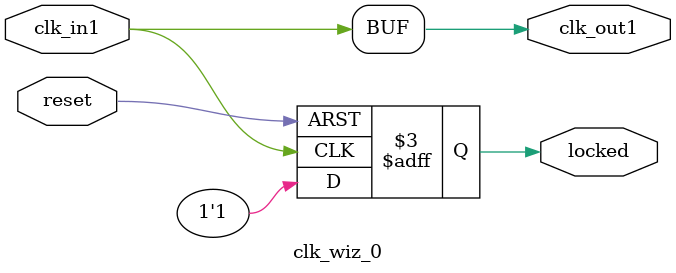
<source format=v>
module clk_wiz_0 (
    input  wire clk_in1,
    input  wire reset,
    output wire clk_out1,
    output reg  locked
);
    assign clk_out1 = clk_in1; // 仿真中直接透传时钟
    
    initial locked = 0;
    always @(posedge clk_in1 or posedge reset) begin
        if (reset) locked <= 0;
        else       #100 locked <= 1; // 模拟 PLL 锁定延迟
    end
endmodule

</source>
